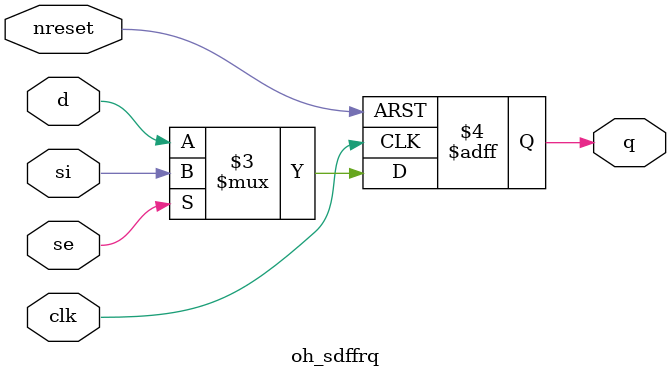
<source format=v>


module oh_sdffrq #(parameter DW = 1) // array width
   (
    input [DW-1:0] 	d,
    input [DW-1:0] 	si,
    input [DW-1:0] 	se,
    input [DW-1:0] 	clk,
    input [DW-1:0] 	nreset,
    output reg [DW-1:0] q
    );
   
   always @ (posedge clk or negedge nreset)
     if(!nreset)
       q <= 'b0;
     else
       q <= se ? si : d;
      
endmodule

</source>
